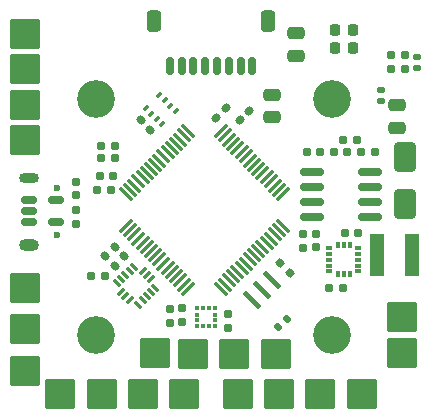
<source format=gbr>
%TF.GenerationSoftware,KiCad,Pcbnew,7.0.6-7.0.6~ubuntu22.04.1*%
%TF.CreationDate,2023-07-18T23:37:18-07:00*%
%TF.ProjectId,NHz_F4_FC,4e487a5f-4634-45f4-9643-2e6b69636164,rev?*%
%TF.SameCoordinates,Original*%
%TF.FileFunction,Soldermask,Top*%
%TF.FilePolarity,Negative*%
%FSLAX46Y46*%
G04 Gerber Fmt 4.6, Leading zero omitted, Abs format (unit mm)*
G04 Created by KiCad (PCBNEW 7.0.6-7.0.6~ubuntu22.04.1) date 2023-07-18 23:37:18*
%MOMM*%
%LPD*%
G01*
G04 APERTURE LIST*
G04 Aperture macros list*
%AMRoundRect*
0 Rectangle with rounded corners*
0 $1 Rounding radius*
0 $2 $3 $4 $5 $6 $7 $8 $9 X,Y pos of 4 corners*
0 Add a 4 corners polygon primitive as box body*
4,1,4,$2,$3,$4,$5,$6,$7,$8,$9,$2,$3,0*
0 Add four circle primitives for the rounded corners*
1,1,$1+$1,$2,$3*
1,1,$1+$1,$4,$5*
1,1,$1+$1,$6,$7*
1,1,$1+$1,$8,$9*
0 Add four rect primitives between the rounded corners*
20,1,$1+$1,$2,$3,$4,$5,0*
20,1,$1+$1,$4,$5,$6,$7,0*
20,1,$1+$1,$6,$7,$8,$9,0*
20,1,$1+$1,$8,$9,$2,$3,0*%
%AMRotRect*
0 Rectangle, with rotation*
0 The origin of the aperture is its center*
0 $1 length*
0 $2 width*
0 $3 Rotation angle, in degrees counterclockwise*
0 Add horizontal line*
21,1,$1,$2,0,0,$3*%
G04 Aperture macros list end*
%ADD10RoundRect,0.150000X-0.512500X-0.150000X0.512500X-0.150000X0.512500X0.150000X-0.512500X0.150000X0*%
%ADD11RoundRect,0.087500X-0.187500X-0.087500X0.187500X-0.087500X0.187500X0.087500X-0.187500X0.087500X0*%
%ADD12RoundRect,0.087500X-0.087500X-0.187500X0.087500X-0.187500X0.087500X0.187500X-0.087500X0.187500X0*%
%ADD13RoundRect,0.155000X-0.212500X-0.155000X0.212500X-0.155000X0.212500X0.155000X-0.212500X0.155000X0*%
%ADD14RoundRect,0.125000X-1.125000X-1.125000X1.125000X-1.125000X1.125000X1.125000X-1.125000X1.125000X0*%
%ADD15RoundRect,0.160000X0.160000X-0.197500X0.160000X0.197500X-0.160000X0.197500X-0.160000X-0.197500X0*%
%ADD16R,1.150000X3.600000*%
%ADD17RoundRect,0.155000X0.155000X-0.212500X0.155000X0.212500X-0.155000X0.212500X-0.155000X-0.212500X0*%
%ADD18RoundRect,0.160000X0.252791X-0.026517X-0.026517X0.252791X-0.252791X0.026517X0.026517X-0.252791X0*%
%ADD19RoundRect,0.147500X-0.172500X0.147500X-0.172500X-0.147500X0.172500X-0.147500X0.172500X0.147500X0*%
%ADD20RoundRect,0.155000X-0.259862X0.040659X0.040659X-0.259862X0.259862X-0.040659X-0.040659X0.259862X0*%
%ADD21C,3.200000*%
%ADD22RoundRect,0.250000X0.475000X-0.250000X0.475000X0.250000X-0.475000X0.250000X-0.475000X-0.250000X0*%
%ADD23RoundRect,0.160000X-0.160000X0.197500X-0.160000X-0.197500X0.160000X-0.197500X0.160000X0.197500X0*%
%ADD24RoundRect,0.250000X0.650000X-1.000000X0.650000X1.000000X-0.650000X1.000000X-0.650000X-1.000000X0*%
%ADD25RoundRect,0.155000X0.040659X0.259862X-0.259862X-0.040659X-0.040659X-0.259862X0.259862X0.040659X0*%
%ADD26RoundRect,0.250000X-0.475000X0.250000X-0.475000X-0.250000X0.475000X-0.250000X0.475000X0.250000X0*%
%ADD27RoundRect,0.155000X0.212500X0.155000X-0.212500X0.155000X-0.212500X-0.155000X0.212500X-0.155000X0*%
%ADD28RotRect,0.500000X0.350000X45.000000*%
%ADD29RoundRect,0.160000X-0.197500X-0.160000X0.197500X-0.160000X0.197500X0.160000X-0.197500X0.160000X0*%
%ADD30RoundRect,0.225000X-0.225000X-0.250000X0.225000X-0.250000X0.225000X0.250000X-0.225000X0.250000X0*%
%ADD31RoundRect,0.160000X0.197500X0.160000X-0.197500X0.160000X-0.197500X-0.160000X0.197500X-0.160000X0*%
%ADD32RotRect,0.400000X1.900000X45.000000*%
%ADD33RoundRect,0.155000X0.259862X-0.040659X-0.040659X0.259862X-0.259862X0.040659X0.040659X-0.259862X0*%
%ADD34RoundRect,0.150000X0.150000X0.625000X-0.150000X0.625000X-0.150000X-0.625000X0.150000X-0.625000X0*%
%ADD35RoundRect,0.250000X0.350000X0.650000X-0.350000X0.650000X-0.350000X-0.650000X0.350000X-0.650000X0*%
%ADD36RoundRect,0.150000X-0.825000X-0.150000X0.825000X-0.150000X0.825000X0.150000X-0.825000X0.150000X0*%
%ADD37RoundRect,0.147500X-0.017678X0.226274X-0.226274X0.017678X0.017678X-0.226274X0.226274X-0.017678X0*%
%ADD38RoundRect,0.075000X0.548008X-0.441942X-0.441942X0.548008X-0.548008X0.441942X0.441942X-0.548008X0*%
%ADD39RoundRect,0.075000X0.548008X0.441942X0.441942X0.548008X-0.548008X-0.441942X-0.441942X-0.548008X0*%
%ADD40RoundRect,0.155000X-0.040659X-0.259862X0.259862X0.040659X0.040659X0.259862X-0.259862X-0.040659X0*%
%ADD41RoundRect,0.155000X-0.155000X0.212500X-0.155000X-0.212500X0.155000X-0.212500X0.155000X0.212500X0*%
%ADD42RotRect,0.300000X0.800000X225.000000*%
%ADD43RotRect,0.300000X0.800000X315.000000*%
%ADD44RotRect,0.300000X0.800000X45.000000*%
%ADD45RotRect,0.300000X0.800000X135.000000*%
%ADD46R,0.350000X0.375000*%
%ADD47R,0.375000X0.350000*%
%ADD48C,0.600000*%
%ADD49O,1.700000X1.000000*%
%ADD50O,1.700000X0.850000*%
G04 APERTURE END LIST*
D10*
%TO.C,U6*%
X114362500Y-48550000D03*
X114362500Y-49500000D03*
X114362500Y-50450000D03*
X116637500Y-50450000D03*
X116637500Y-48550000D03*
%TD*%
D11*
%TO.C,U4*%
X139775000Y-52600000D03*
X139775000Y-53100000D03*
X139775000Y-53600000D03*
X139775000Y-54100000D03*
X139775000Y-54600000D03*
D12*
X140500000Y-54825000D03*
X141000000Y-54825000D03*
X141500000Y-54825000D03*
D11*
X142225000Y-54600000D03*
X142225000Y-54100000D03*
X142225000Y-53600000D03*
X142225000Y-53100000D03*
X142225000Y-52600000D03*
D12*
X141500000Y-52375000D03*
X141000000Y-52375000D03*
X140500000Y-52375000D03*
%TD*%
D13*
%TO.C,C8*%
X120332500Y-46500000D03*
X121467500Y-46500000D03*
%TD*%
D14*
%TO.C,TP2*%
X124000000Y-65000000D03*
%TD*%
D15*
%TO.C,R10*%
X126300000Y-58997500D03*
X126300000Y-57802500D03*
%TD*%
D13*
%TO.C,C19*%
X141093100Y-51309700D03*
X142228100Y-51309700D03*
%TD*%
D16*
%TO.C,L1*%
X143830500Y-53220000D03*
X146780500Y-53220000D03*
%TD*%
D17*
%TO.C,C13*%
X118300000Y-50567500D03*
X118300000Y-49432500D03*
%TD*%
D18*
%TO.C,R2*%
X136422496Y-54722496D03*
X135577504Y-53877504D03*
%TD*%
D19*
%TO.C,D2*%
X144100000Y-39215000D03*
X144100000Y-40185000D03*
%TD*%
D20*
%TO.C,C18*%
X120798717Y-53298717D03*
X121601283Y-54101283D03*
%TD*%
D21*
%TO.C,H2*%
X140000000Y-40000000D03*
%TD*%
D22*
%TO.C,C26*%
X145500000Y-42450000D03*
X145500000Y-40550000D03*
%TD*%
D23*
%TO.C,R4*%
X146200000Y-36302500D03*
X146200000Y-37497500D03*
%TD*%
D14*
%TO.C,TP24*%
X125000000Y-61500000D03*
%TD*%
D17*
%TO.C,C11*%
X138600000Y-52567500D03*
X138600000Y-51432500D03*
%TD*%
D14*
%TO.C,TP20*%
X135219800Y-61570100D03*
%TD*%
D24*
%TO.C,D6*%
X146200000Y-48900000D03*
X146200000Y-44900000D03*
%TD*%
D25*
%TO.C,C7*%
X133001283Y-40998717D03*
X132198717Y-41801283D03*
%TD*%
D17*
%TO.C,C12*%
X118300000Y-48167500D03*
X118300000Y-47032500D03*
%TD*%
D26*
%TO.C,C3*%
X134900000Y-39650000D03*
X134900000Y-41550000D03*
%TD*%
D14*
%TO.C,TP17*%
X142500000Y-65000000D03*
%TD*%
%TO.C,TP23*%
X117000000Y-65000000D03*
%TD*%
D19*
%TO.C,D3*%
X147200000Y-36415000D03*
X147200000Y-37385000D03*
%TD*%
D21*
%TO.C,H4*%
X120000000Y-60000000D03*
%TD*%
D27*
%TO.C,C16*%
X121267500Y-47700000D03*
X120132500Y-47700000D03*
%TD*%
D15*
%TO.C,R11*%
X127300000Y-58897500D03*
X127300000Y-57702500D03*
%TD*%
%TO.C,R6*%
X137500000Y-52597500D03*
X137500000Y-51402500D03*
%TD*%
D14*
%TO.C,TP28*%
X114000000Y-43500000D03*
%TD*%
D28*
%TO.C,U3*%
X125376256Y-39644885D03*
X125835876Y-40104505D03*
X126295495Y-40564124D03*
X126755115Y-41023744D03*
X125623744Y-42155115D03*
X125164124Y-41695495D03*
X124704505Y-41235876D03*
X124244885Y-40776256D03*
%TD*%
D21*
%TO.C,H1*%
X120000000Y-40000000D03*
%TD*%
D14*
%TO.C,TP27*%
X114000000Y-34500000D03*
%TD*%
D20*
%TO.C,C20*%
X123798717Y-41798717D03*
X124601283Y-42601283D03*
%TD*%
D29*
%TO.C,R5*%
X139702500Y-56000000D03*
X140897500Y-56000000D03*
%TD*%
D30*
%TO.C,C6*%
X140225000Y-34200000D03*
X141775000Y-34200000D03*
%TD*%
D27*
%TO.C,C9*%
X141282085Y-44529909D03*
X140147085Y-44529909D03*
%TD*%
D14*
%TO.C,TP26*%
X114000000Y-56000000D03*
%TD*%
%TO.C,TP10*%
X114000000Y-63000000D03*
%TD*%
%TO.C,TP13*%
X114000000Y-37500000D03*
%TD*%
D21*
%TO.C,H3*%
X140000000Y-60000000D03*
%TD*%
D14*
%TO.C,TP14*%
X114000000Y-40500000D03*
%TD*%
D13*
%TO.C,C14*%
X137832500Y-44500000D03*
X138967500Y-44500000D03*
%TD*%
D27*
%TO.C,C25*%
X142067500Y-43500000D03*
X140932500Y-43500000D03*
%TD*%
D29*
%TO.C,R7*%
X142402500Y-44500000D03*
X143597500Y-44500000D03*
%TD*%
D31*
%TO.C,R1*%
X120797500Y-55000000D03*
X119602500Y-55000000D03*
%TD*%
D14*
%TO.C,TP11*%
X145900000Y-61500000D03*
%TD*%
D32*
%TO.C,Y1*%
X133251472Y-57048528D03*
X134100000Y-56200000D03*
X134948528Y-55351472D03*
%TD*%
D14*
%TO.C,TP16*%
X139000000Y-65000000D03*
%TD*%
%TO.C,TP1*%
X120500000Y-65000000D03*
%TD*%
%TO.C,TP21*%
X132000000Y-65000000D03*
%TD*%
D33*
%TO.C,C17*%
X122401283Y-53301283D03*
X121598717Y-52498717D03*
%TD*%
D34*
%TO.C,J2*%
X133250000Y-37250000D03*
X132250000Y-37250000D03*
X131250000Y-37250000D03*
X130250000Y-37250000D03*
X129250000Y-37250000D03*
X128250000Y-37250000D03*
X127250000Y-37250000D03*
X126250000Y-37250000D03*
D35*
X134550000Y-33375000D03*
X124950000Y-33375000D03*
%TD*%
D22*
%TO.C,C4*%
X136900000Y-36350000D03*
X136900000Y-34450000D03*
%TD*%
D30*
%TO.C,C5*%
X140225000Y-35700000D03*
X141775000Y-35700000D03*
%TD*%
D23*
%TO.C,R3*%
X145000000Y-36302500D03*
X145000000Y-37497500D03*
%TD*%
D14*
%TO.C,TP8*%
X131719800Y-61570100D03*
%TD*%
D36*
%TO.C,U2*%
X138279000Y-46153400D03*
X138279000Y-47423400D03*
X138279000Y-48693400D03*
X138279000Y-49963400D03*
X143229000Y-49963400D03*
X143229000Y-48693400D03*
X143229000Y-47423400D03*
X143229000Y-46153400D03*
%TD*%
D37*
%TO.C,D4*%
X136142947Y-58657053D03*
X135457053Y-59342947D03*
%TD*%
D38*
%TO.C,U1*%
X130561181Y-56064481D03*
X130914734Y-55710928D03*
X131268287Y-55357375D03*
X131621841Y-55003821D03*
X131975394Y-54650268D03*
X132328948Y-54296714D03*
X132682501Y-53943161D03*
X133036054Y-53589608D03*
X133389608Y-53236054D03*
X133743161Y-52882501D03*
X134096714Y-52528948D03*
X134450268Y-52175394D03*
X134803821Y-51821841D03*
X135157375Y-51468287D03*
X135510928Y-51114734D03*
X135864481Y-50761181D03*
D39*
X135864481Y-48038819D03*
X135510928Y-47685266D03*
X135157375Y-47331713D03*
X134803821Y-46978159D03*
X134450268Y-46624606D03*
X134096714Y-46271052D03*
X133743161Y-45917499D03*
X133389608Y-45563946D03*
X133036054Y-45210392D03*
X132682501Y-44856839D03*
X132328948Y-44503286D03*
X131975394Y-44149732D03*
X131621841Y-43796179D03*
X131268287Y-43442625D03*
X130914734Y-43089072D03*
X130561181Y-42735519D03*
D38*
X127838819Y-42735519D03*
X127485266Y-43089072D03*
X127131713Y-43442625D03*
X126778159Y-43796179D03*
X126424606Y-44149732D03*
X126071052Y-44503286D03*
X125717499Y-44856839D03*
X125363946Y-45210392D03*
X125010392Y-45563946D03*
X124656839Y-45917499D03*
X124303286Y-46271052D03*
X123949732Y-46624606D03*
X123596179Y-46978159D03*
X123242625Y-47331713D03*
X122889072Y-47685266D03*
X122535519Y-48038819D03*
D39*
X122535519Y-50761181D03*
X122889072Y-51114734D03*
X123242625Y-51468287D03*
X123596179Y-51821841D03*
X123949732Y-52175394D03*
X124303286Y-52528948D03*
X124656839Y-52882501D03*
X125010392Y-53236054D03*
X125363946Y-53589608D03*
X125717499Y-53943161D03*
X126071052Y-54296714D03*
X126424606Y-54650268D03*
X126778159Y-55003821D03*
X127131713Y-55357375D03*
X127485266Y-55710928D03*
X127838819Y-56064481D03*
%TD*%
D31*
%TO.C,R9*%
X121597500Y-44000000D03*
X120402500Y-44000000D03*
%TD*%
D29*
%TO.C,R8*%
X120402500Y-45000000D03*
X121597500Y-45000000D03*
%TD*%
D40*
%TO.C,C15*%
X130198717Y-41601283D03*
X131001283Y-40798717D03*
%TD*%
D41*
%TO.C,C21*%
X131200000Y-58232500D03*
X131200000Y-59367500D03*
%TD*%
D14*
%TO.C,TP15*%
X135500000Y-65000000D03*
%TD*%
%TO.C,TP9*%
X114000000Y-59500000D03*
%TD*%
%TO.C,TP19*%
X127500000Y-65000000D03*
%TD*%
D42*
%TO.C,U5*%
X123205546Y-54191332D03*
X122851992Y-54544885D03*
X122498439Y-54898439D03*
X122144885Y-55251992D03*
X121791332Y-55605546D03*
D43*
X122144885Y-56348008D03*
X122498439Y-56701561D03*
X122851992Y-57055115D03*
D44*
X123594454Y-57408668D03*
X123948008Y-57055115D03*
X124301561Y-56701561D03*
X124655115Y-56348008D03*
X125008668Y-55994454D03*
D45*
X124655115Y-55251992D03*
X124301561Y-54898439D03*
X123948008Y-54544885D03*
%TD*%
D14*
%TO.C,TP7*%
X128219800Y-61570100D03*
%TD*%
%TO.C,TP12*%
X145900000Y-58500000D03*
%TD*%
D46*
%TO.C,U7*%
X128550000Y-59262500D03*
X129050000Y-59262500D03*
X129550000Y-59262500D03*
X130050000Y-59262500D03*
D47*
X130062500Y-58750000D03*
X130062500Y-58250000D03*
D46*
X130050000Y-57737500D03*
X129550000Y-57737500D03*
X129050000Y-57737500D03*
X128550000Y-57737500D03*
D47*
X128537500Y-58250000D03*
X128537500Y-58750000D03*
%TD*%
D48*
%TO.C,J1*%
X116710000Y-51500000D03*
X116710000Y-47500000D03*
D49*
X114360000Y-52325000D03*
D50*
X114360000Y-46675000D03*
%TD*%
M02*

</source>
